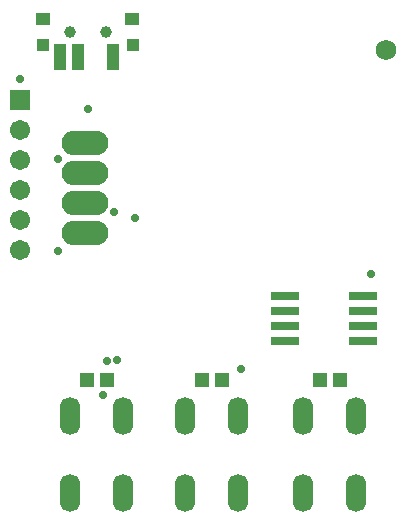
<source format=gts>
%FSTAX23Y23*%
%MOIN*%
%SFA1B1*%

%IPPOS*%
%ADD32R,0.098000X0.031620*%
%ADD33R,0.051310X0.047370*%
%ADD34R,0.039500X0.086740*%
%ADD35R,0.043430X0.039500*%
%ADD36R,0.047370X0.039500*%
%ADD37C,0.068000*%
%ADD38C,0.067060*%
%ADD39R,0.067060X0.067060*%
%ADD40O,0.067060X0.126110*%
%ADD41C,0.039500*%
%ADD42O,0.156000X0.082000*%
%ADD43C,0.027680*%
%LNpcb1-1*%
%LPD*%
G54D32*
X00951Y00813D03*
Y00763D03*
Y00663D03*
X01213Y00813D03*
Y00763D03*
Y00663D03*
X00951Y00713D03*
X01213D03*
G54D33*
X01068Y00531D03*
X01135D03*
X00742D03*
X00675D03*
X00291D03*
X00358D03*
G54D34*
X00262Y0161D03*
X0038D03*
X00203D03*
G54D35*
X00444Y01648D03*
X00145D03*
G54D36*
X00442Y01737D03*
X00147D03*
G54D37*
X01289Y01633D03*
G54D38*
X00068Y00966D03*
Y01066D03*
Y01166D03*
Y01266D03*
Y01366D03*
G54D39*
X00068Y01466D03*
G54D40*
X00797Y00413D03*
Y00157D03*
X0062Y00413D03*
Y00157D03*
X00236D03*
Y00413D03*
X00413Y00157D03*
Y00413D03*
X0119D03*
Y00157D03*
X01013Y00413D03*
Y00157D03*
G54D41*
X00354Y01692D03*
X00236D03*
G54D42*
X00287Y01023D03*
Y01123D03*
Y01223D03*
Y01323D03*
G54D43*
X00068Y01535D03*
X00295Y01437D03*
X0124Y00885D03*
X00196Y01269D03*
X00452Y01072D03*
X00344Y00482D03*
X00807Y0057D03*
X00196Y00964D03*
X00383Y01092D03*
X00358Y00596D03*
X00393Y006D03*
M02*
</source>
